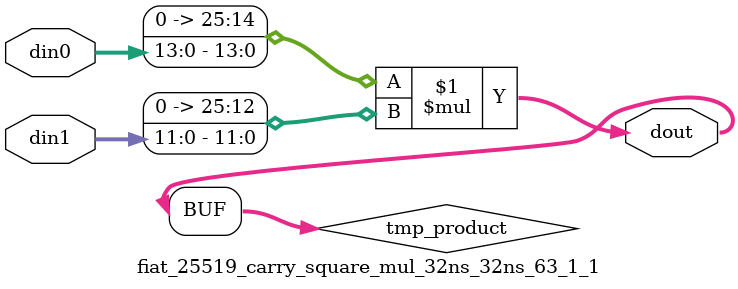
<source format=v>

`timescale 1 ns / 1 ps

  module fiat_25519_carry_square_mul_32ns_32ns_63_1_1(din0, din1, dout);
parameter ID = 1;
parameter NUM_STAGE = 0;
parameter din0_WIDTH = 14;
parameter din1_WIDTH = 12;
parameter dout_WIDTH = 26;

input [din0_WIDTH - 1 : 0] din0; 
input [din1_WIDTH - 1 : 0] din1; 
output [dout_WIDTH - 1 : 0] dout;

wire signed [dout_WIDTH - 1 : 0] tmp_product;










assign tmp_product = $signed({1'b0, din0}) * $signed({1'b0, din1});











assign dout = tmp_product;







endmodule

</source>
